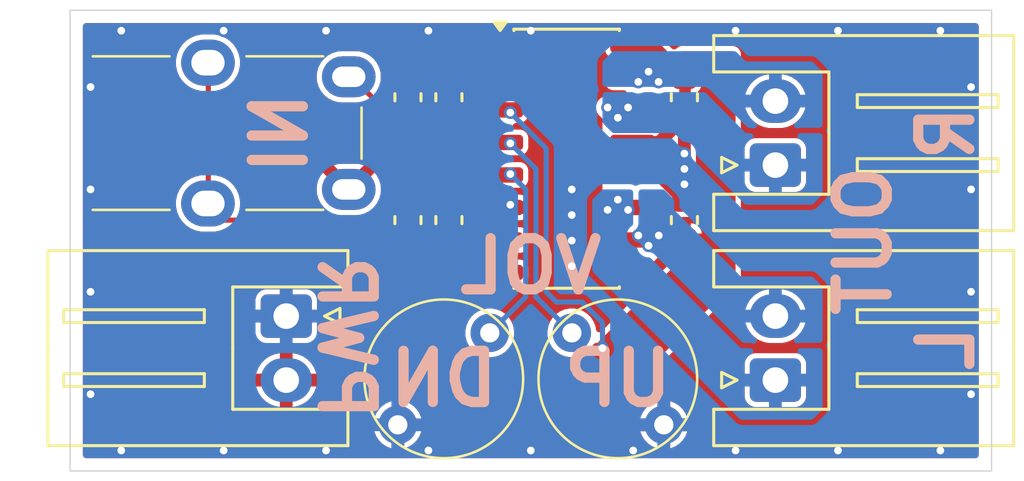
<source format=kicad_pcb>
(kicad_pcb (version 20241229) (generator "pcbnew") (generator_version "9.0")
  (layers (0 "F.Cu" signal) (2 "B.Cu" signal) (13 "F.Paste" user) (15 "B.Paste" user) (5 "F.SilkS" user "F.Silkscreen") (7 "B.SilkS" user "B.Silkscreen") (1 "F.Mask" user) (3 "B.Mask" user) (25 "Edge.Cuts" user))
  (net 0 "")
  (net 1 "INR")
  (net 2 "Net-(U1-RINP)")
  (net 3 "GND")
  (net 4 "Net-(U1-RINN)")
  (net 5 "INL")
  (net 6 "Net-(U1-LINP)")
  (net 7 "Net-(U1-LINN)")
  (net 8 "VDD")
  (net 9 "Net-(U1-UP)")
  (net 10 "Net-(U1-DOWN)")
  (net 11 "/ROUTN")
  (net 12 "/ROUTP")
  (net 13 "/LOUTN")
  (net 14 "/LOUTP")
  (net 15 "ING")
  (footprint "Package_SO:SO-16_3.9x9.9mm_P1.27mm" (layer "F.Cu") (at 101.4 96.8)
    (property "Reference" "U1" (hide yes))
    (property "Value" "PAM8408D" (hide yes))
    (fp_line (start -2.06 -5.06) (end 2.06 -5.06) (stroke (width 0.12)) (layer "F.SilkS"))
    (fp_line (start -2.06 -5.005) (end -2.06 -5.06) (stroke (width 0.12)) (layer "F.SilkS"))
    (fp_line (start -2.06 5.06) (end -2.06 5.005) (stroke (width 0.12)) (layer "F.SilkS"))
    (fp_line (start 2.06 -5.06) (end 2.06 -5.005) (stroke (width 0.12)) (layer "F.SilkS"))
    (fp_line (start 2.06 5.005) (end 2.06 5.06) (stroke (width 0.12)) (layer "F.SilkS"))
    (fp_line (start 2.06 5.06) (end -2.06 5.06) (stroke (width 0.12)) (layer "F.SilkS"))
    (fp_poly (pts (xy -2.6 -5.01) (xy -2.84 -5.34) (xy -2.36 -5.34)) (stroke (width 0.12)) (fill yes) (layer "F.SilkS"))
    (pad "1" smd roundrect (at -2.575 -4.445) (size 1.75 0.6) (layers "F.Cu" "F.Mask" "F.Paste") (net 2 "Net-(U1-RINP)"))
    (pad "2" smd roundrect (at -2.575 -3.175) (size 1.75 0.6) (layers "F.Cu" "F.Mask" "F.Paste") (net 4 "Net-(U1-RINN)"))
    (pad "3" smd roundrect (at -2.575 -1.905) (size 1.75 0.6) (layers "F.Cu" "F.Mask" "F.Paste") (net 8 "VDD"))
    (pad "4" smd roundrect (at -2.575 -0.635) (size 1.75 0.6) (layers "F.Cu" "F.Mask" "F.Paste") (net 9 "Net-(U1-UP)"))
    (pad "5" smd roundrect (at -2.575 0.635) (size 1.75 0.6) (layers "F.Cu" "F.Mask" "F.Paste") (net 10 "Net-(U1-DOWN)"))
    (pad "6" smd roundrect (at -2.575 1.905) (size 1.75 0.6) (layers "F.Cu" "F.Mask" "F.Paste") (net 3 "GND"))
    (pad "7" smd roundrect (at -2.575 3.175) (size 1.75 0.6) (layers "F.Cu" "F.Mask" "F.Paste") (net 7 "Net-(U1-LINN)"))
    (pad "8" smd roundrect (at -2.575 4.445) (size 1.75 0.6) (layers "F.Cu" "F.Mask" "F.Paste") (net 6 "Net-(U1-LINP)"))
    (pad "9" smd roundrect (at 2.575 4.445) (size 1.75 0.6) (layers "F.Cu" "F.Mask" "F.Paste") (net 8 "VDD"))
    (pad "10" smd roundrect (at 2.575 3.175) (size 1.75 0.6) (layers "F.Cu" "F.Mask" "F.Paste") (net 14 "/LOUTP"))
    (pad "11" smd roundrect (at 2.575 1.905) (size 1.75 0.6) (layers "F.Cu" "F.Mask" "F.Paste") (net 13 "/LOUTN"))
    (pad "12" smd roundrect (at 2.575 0.635) (size 1.75 0.6) (layers "F.Cu" "F.Mask" "F.Paste") (net 3 "GND"))
    (pad "13" smd roundrect (at 2.575 -0.635) (size 1.75 0.6) (layers "F.Cu" "F.Mask" "F.Paste") (net 3 "GND"))
    (pad "14" smd roundrect (at 2.575 -1.905) (size 1.75 0.6) (layers "F.Cu" "F.Mask" "F.Paste") (net 11 "/ROUTN"))
    (pad "15" smd roundrect (at 2.575 -3.175) (size 1.75 0.6) (layers "F.Cu" "F.Mask" "F.Paste") (net 12 "/ROUTP"))
    (pad "16" smd roundrect (at 2.575 -4.445) (size 1.75 0.6) (layers "F.Cu" "F.Mask" "F.Paste") (net 8 "VDD"))
  )
  (footprint "Capacitor_SMD:C_0603_1608Metric" (layer "F.Cu") (at 96.8 94.4 90)
    (property "Reference" "C2" (hide yes))
    (property "Value" "0u1" (hide yes))
    (fp_line (start -0.14058 -0.51) (end 0.14058 -0.51) (stroke (width 0.12)) (layer "F.SilkS"))
    (fp_line (start -0.14058 0.51) (end 0.14058 0.51) (stroke (width 0.12)) (layer "F.SilkS"))
    (pad "1" smd roundrect (at -0.775 0 90) (size 0.9 0.95) (layers "F.Cu" "F.Mask" "F.Paste") (net 15 "ING"))
    (pad "2" smd roundrect (at 0.775 0 90) (size 0.9 0.95) (layers "F.Cu" "F.Mask" "F.Paste") (net 4 "Net-(U1-RINN)"))
  )
  (footprint "Connector_JST:JST_XH_S2B-XH-A_1x02_P2.50mm_Horizontal" (layer "F.Cu") (at 109.555 105.45 90)
    (property "Reference" "J2" (hide yes))
    (property "Value" "LOUT" (hide yes))
    (fp_line (start 5.06 -2.41) (end 3.64 -2.41) (stroke (width 0.12)) (layer "F.SilkS"))
    (fp_line (start 3.64 -2.41) (end 3.64 2.09) (stroke (width 0.12)) (layer "F.SilkS"))
    (fp_line (start -1.14 -2.41) (end -1.14 2.09) (stroke (width 0.12)) (layer "F.SilkS"))
    (fp_line (start -2.56 -2.41) (end -1.14 -2.41) (stroke (width 0.12)) (layer "F.SilkS"))
    (fp_line (start 0.3 -2.1) (end 0 -1.5) (stroke (width 0.12)) (layer "F.SilkS"))
    (fp_line (start -0.3 -2.1) (end 0.3 -2.1) (stroke (width 0.12)) (layer "F.SilkS"))
    (fp_line (start 0 -1.5) (end -0.3 -2.1) (stroke (width 0.12)) (layer "F.SilkS"))
    (fp_line (start 3.64 2.09) (end 1.25 2.09) (stroke (width 0.12)) (layer "F.SilkS"))
    (fp_line (start -1.14 2.09) (end 1.25 2.09) (stroke (width 0.12)) (layer "F.SilkS"))
    (fp_line (start 2.75 3.2) (end 2.25 3.2) (stroke (width 0.12)) (layer "F.SilkS"))
    (fp_line (start 2.25 3.2) (end 2.25 8.7) (stroke (width 0.12)) (layer "F.SilkS"))
    (fp_line (start 0.25 3.2) (end -0.25 3.2) (stroke (width 0.12)) (layer "F.SilkS"))
    (fp_line (start -0.25 3.2) (end -0.25 8.7) (stroke (width 0.12)) (layer "F.SilkS"))
    (fp_line (start 2.75 8.7) (end 2.75 3.2) (stroke (width 0.12)) (layer "F.SilkS"))
    (fp_line (start 2.25 8.7) (end 2.75 8.7) (stroke (width 0.12)) (layer "F.SilkS"))
    (fp_line (start 0.25 8.7) (end 0.25 3.2) (stroke (width 0.12)) (layer "F.SilkS"))
    (fp_line (start -0.25 8.7) (end 0.25 8.7) (stroke (width 0.12)) (layer "F.SilkS"))
    (fp_line (start 5.06 9.31) (end 5.06 -2.41) (stroke (width 0.12)) (layer "F.SilkS"))
    (fp_line (start 1.25 9.31) (end 5.06 9.31) (stroke (width 0.12)) (layer "F.SilkS"))
    (fp_line (start 1.25 9.31) (end -2.56 9.31) (stroke (width 0.12)) (layer "F.SilkS"))
    (fp_line (start -2.56 9.31) (end -2.56 -2.41) (stroke (width 0.12)) (layer "F.SilkS"))
    (pad "1" thru_hole roundrect (at 0 0 90) (size 1.7 2) (drill 1) (layers "*.Cu" "*.Mask") (roundrect_rratio 0.147059) (net 13 "/LOUTN"))
    (pad "2" thru_hole oval (at 2.5 0 90) (size 1.7 2) (drill 1) (layers "*.Cu" "*.Mask") (net 14 "/LOUTP"))
  )
  (footprint "Library:MJ-8435" (layer "F.Cu") (at 81.8875 95.8 90)
    (property "Reference" "J3" (hide yes))
    (property "Value" "AudioJack3" (hide yes))
    (fp_line (start -3 1) (end -3 4) (stroke (width 0.1)) (layer "F.SilkS"))
    (fp_line (start 3 4) (end 3 1) (stroke (width 0.1)) (layer "F.SilkS"))
    (fp_line (start -3 7) (end -3 10) (stroke (width 0.1)) (layer "F.SilkS"))
    (fp_line (start 3 10) (end 3 7) (stroke (width 0.1)) (layer "F.SilkS"))
    (fp_line (start -1 11.5) (end 1 11.5) (stroke (width 0.1)) (layer "F.SilkS"))
    (pad "R" thru_hole roundrect (at 2.2 11 90) (size 1.6 2.1) (drill oval 0.8 1.3) (layers "*.Cu" "*.Mask") (roundrect_rratio 0.5) (net 1 "INR"))
    (pad "S" thru_hole roundrect (at -2.2 11 90) (size 1.6 2.1) (drill oval 0.8 1.3) (layers "*.Cu" "*.Mask") (roundrect_rratio 0.5) (net 15 "ING"))
    (pad "T" thru_hole roundrect (at -2.75 5.5 90) (size 1.8 2.1) (drill oval 1 1.3) (layers "*.Cu" "*.Mask") (roundrect_rratio 0.5) (net 5 "INL"))
    (pad "T" thru_hole roundrect (at 2.75 5.5 90) (size 1.8 2.1) (drill oval 1 1.3) (layers "*.Cu" "*.Mask") (roundrect_rratio 0.5) (net 5 "INL"))
  )
  (footprint "Capacitor_SMD:C_0603_1608Metric" (layer "F.Cu") (at 96.8 99.2 -90)
    (property "Reference" "C4" (hide yes))
    (property "Value" "0u1" (hide yes))
    (fp_line (start -0.14058 0.51) (end 0.14058 0.51) (stroke (width 0.12)) (layer "F.SilkS"))
    (fp_line (start -0.14058 -0.51) (end 0.14058 -0.51) (stroke (width 0.12)) (layer "F.SilkS"))
    (pad "1" smd roundrect (at -0.775 0 270) (size 0.9 0.95) (layers "F.Cu" "F.Mask" "F.Paste") (net 15 "ING"))
    (pad "2" smd roundrect (at 0.775 0 270) (size 0.9 0.95) (layers "F.Cu" "F.Mask" "F.Paste") (net 7 "Net-(U1-LINN)"))
  )
  (footprint "Capacitor_SMD:C_0603_1608Metric" (layer "F.Cu") (at 95.2 99.2 -90)
    (property "Reference" "C3" (hide yes))
    (property "Value" "0u1" (hide yes))
    (fp_line (start -0.14058 0.51) (end 0.14058 0.51) (stroke (width 0.12)) (layer "F.SilkS"))
    (fp_line (start -0.14058 -0.51) (end 0.14058 -0.51) (stroke (width 0.12)) (layer "F.SilkS"))
    (pad "1" smd roundrect (at -0.775 0 270) (size 0.9 0.95) (layers "F.Cu" "F.Mask" "F.Paste") (net 5 "INL"))
    (pad "2" smd roundrect (at 0.775 0 270) (size 0.9 0.95) (layers "F.Cu" "F.Mask" "F.Paste") (net 6 "Net-(U1-LINP)"))
  )
  (footprint "Library:alps-skrg" (layer "F.Cu") (at 103.4 105.4 135)
    (property "Reference" "SW1" (hide yes))
    (property "Value" "VOL_UP" (hide yes))
    (fp_circle (center 0 0) (end 3.1 0) (stroke (width 0.1)) (fill no) (layer "F.SilkS"))
    (pad "1" thru_hole circle (at -2.54 0 135) (size 1.5 1.5) (drill 0.75) (layers "*.Cu" "*.Mask") (net 3 "GND"))
    (pad "2" thru_hole circle (at 2.54 0 135) (size 1.5 1.5) (drill 0.75) (layers "*.Cu" "*.Mask") (net 9 "Net-(U1-UP)"))
  )
  (footprint "Capacitor_SMD:C_0603_1608Metric" (layer "F.Cu") (at 95.2 94.4 90)
    (property "Reference" "C1" (hide yes))
    (property "Value" "0u1" (hide yes))
    (fp_line (start -0.14058 -0.51) (end 0.14058 -0.51) (stroke (width 0.12)) (layer "F.SilkS"))
    (fp_line (start -0.14058 0.51) (end 0.14058 0.51) (stroke (width 0.12)) (layer "F.SilkS"))
    (pad "1" smd roundrect (at -0.775 0 90) (size 0.9 0.95) (layers "F.Cu" "F.Mask" "F.Paste") (net 1 "INR"))
    (pad "2" smd roundrect (at 0.775 0 90) (size 0.9 0.95) (layers "F.Cu" "F.Mask" "F.Paste") (net 2 "Net-(U1-RINP)"))
  )
  (footprint "Connector_JST:JST_XH_S2B-XH-A_1x02_P2.50mm_Horizontal" (layer "F.Cu") (at 90.445 102.95 -90)
    (property "Reference" "J4" (hide yes))
    (property "Value" "PWR" (hide yes))
    (fp_line (start -2.56 9.31) (end -2.56 -2.41) (stroke (width 0.12)) (layer "F.SilkS"))
    (fp_line (start 1.25 9.31) (end -2.56 9.31) (stroke (width 0.12)) (layer "F.SilkS"))
    (fp_line (start 1.25 9.31) (end 5.06 9.31) (stroke (width 0.12)) (layer "F.SilkS"))
    (fp_line (start 5.06 9.31) (end 5.06 -2.41) (stroke (width 0.12)) (layer "F.SilkS"))
    (fp_line (start -0.25 8.7) (end 0.25 8.7) (stroke (width 0.12)) (layer "F.SilkS"))
    (fp_line (start 0.25 8.7) (end 0.25 3.2) (stroke (width 0.12)) (layer "F.SilkS"))
    (fp_line (start 2.25 8.7) (end 2.75 8.7) (stroke (width 0.12)) (layer "F.SilkS"))
    (fp_line (start 2.75 8.7) (end 2.75 3.2) (stroke (width 0.12)) (layer "F.SilkS"))
    (fp_line (start -0.25 3.2) (end -0.25 8.7) (stroke (width 0.12)) (layer "F.SilkS"))
    (fp_line (start 0.25 3.2) (end -0.25 3.2) (stroke (width 0.12)) (layer "F.SilkS"))
    (fp_line (start 2.25 3.2) (end 2.25 8.7) (stroke (width 0.12)) (layer "F.SilkS"))
    (fp_line (start 2.75 3.2) (end 2.25 3.2) (stroke (width 0.12)) (layer "F.SilkS"))
    (fp_line (start -1.14 2.09) (end 1.25 2.09) (stroke (width 0.12)) (layer "F.SilkS"))
    (fp_line (start 3.64 2.09) (end 1.25 2.09) (stroke (width 0.12)) (layer "F.SilkS"))
    (fp_line (start 0 -1.5) (end -0.3 -2.1) (stroke (width 0.12)) (layer "F.SilkS"))
    (fp_line (start -0.3 -2.1) (end 0.3 -2.1) (stroke (width 0.12)) (layer "F.SilkS"))
    (fp_line (start 0.3 -2.1) (end 0 -1.5) (stroke (width 0.12)) (layer "F.SilkS"))
    (fp_line (start -2.56 -2.41) (end -1.14 -2.41) (stroke (width 0.12)) (layer "F.SilkS"))
    (fp_line (start -1.14 -2.41) (end -1.14 2.09) (stroke (width 0.12)) (layer "F.SilkS"))
    (fp_line (start 3.64 -2.41) (end 3.64 2.09) (stroke (width 0.12)) (layer "F.SilkS"))
    (fp_line (start 5.06 -2.41) (end 3.64 -2.41) (stroke (width 0.12)) (layer "F.SilkS"))
    (pad "1" thru_hole roundrect (at 0 0 270) (size 1.7 2) (drill 1) (layers "*.Cu" "*.Mask") (roundrect_rratio 0.147059) (net 3 "GND"))
    (pad "2" thru_hole oval (at 2.5 0 270) (size 1.7 2) (drill 1) (layers "*.Cu" "*.Mask") (net 8 "VDD"))
  )
  (footprint "Capacitor_SMD:C_0603_1608Metric" (layer "F.Cu") (at 106 94.4 90)
    (property "Reference" "C5" (hide yes))
    (property "Value" "1u" (hide yes))
    (fp_line (start -0.14058 -0.51) (end 0.14058 -0.51) (stroke (width 0.12)) (layer "F.SilkS"))
    (fp_line (start -0.14058 0.51) (end 0.14058 0.51) (stroke (width 0.12)) (layer "F.SilkS"))
    (pad "1" smd roundrect (at -0.775 0 90) (size 0.9 0.95) (layers "F.Cu" "F.Mask" "F.Paste") (net 3 "GND"))
    (pad "2" smd roundrect (at 0.775 0 90) (size 0.9 0.95) (layers "F.Cu" "F.Mask" "F.Paste") (net 8 "VDD"))
  )
  (footprint "Capacitor_SMD:C_0603_1608Metric" (layer "F.Cu") (at 106 99.2 -90)
    (property "Reference" "C6" (hide yes))
    (property "Value" "1u" (hide yes))
    (fp_line (start -0.14058 0.51) (end 0.14058 0.51) (stroke (width 0.12)) (layer "F.SilkS"))
    (fp_line (start -0.14058 -0.51) (end 0.14058 -0.51) (stroke (width 0.12)) (layer "F.SilkS"))
    (pad "1" smd roundrect (at -0.775 0 270) (size 0.9 0.95) (layers "F.Cu" "F.Mask" "F.Paste") (net 3 "GND"))
    (pad "2" smd roundrect (at 0.775 0 270) (size 0.9 0.95) (layers "F.Cu" "F.Mask" "F.Paste") (net 8 "VDD"))
  )
  (footprint "Connector_JST:JST_XH_S2B-XH-A_1x02_P2.50mm_Horizontal" (layer "F.Cu") (at 109.555 97.05 90)
    (property "Reference" "J1" (hide yes))
    (property "Value" "ROUT" (hide yes))
    (fp_line (start 5.06 -2.41) (end 3.64 -2.41) (stroke (width 0.12)) (layer "F.SilkS"))
    (fp_line (start 3.64 -2.41) (end 3.64 2.09) (stroke (width 0.12)) (layer "F.SilkS"))
    (fp_line (start -1.14 -2.41) (end -1.14 2.09) (stroke (width 0.12)) (layer "F.SilkS"))
    (fp_line (start -2.56 -2.41) (end -1.14 -2.41) (stroke (width 0.12)) (layer "F.SilkS"))
    (fp_line (start 0.3 -2.1) (end 0 -1.5) (stroke (width 0.12)) (layer "F.SilkS"))
    (fp_line (start -0.3 -2.1) (end 0.3 -2.1) (stroke (width 0.12)) (layer "F.SilkS"))
    (fp_line (start 0 -1.5) (end -0.3 -2.1) (stroke (width 0.12)) (layer "F.SilkS"))
    (fp_line (start 3.64 2.09) (end 1.25 2.09) (stroke (width 0.12)) (layer "F.SilkS"))
    (fp_line (start -1.14 2.09) (end 1.25 2.09) (stroke (width 0.12)) (layer "F.SilkS"))
    (fp_line (start 2.75 3.2) (end 2.25 3.2) (stroke (width 0.12)) (layer "F.SilkS"))
    (fp_line (start 2.25 3.2) (end 2.25 8.7) (stroke (width 0.12)) (layer "F.SilkS"))
    (fp_line (start 0.25 3.2) (end -0.25 3.2) (stroke (width 0.12)) (layer "F.SilkS"))
    (fp_line (start -0.25 3.2) (end -0.25 8.7) (stroke (width 0.12)) (layer "F.SilkS"))
    (fp_line (start 2.75 8.7) (end 2.75 3.2) (stroke (width 0.12)) (layer "F.SilkS"))
    (fp_line (start 2.25 8.7) (end 2.75 8.7) (stroke (width 0.12)) (layer "F.SilkS"))
    (fp_line (start 0.25 8.7) (end 0.25 3.2) (stroke (width 0.12)) (layer "F.SilkS"))
    (fp_line (start -0.25 8.7) (end 0.25 8.7) (stroke (width 0.12)) (layer "F.SilkS"))
    (fp_line (start 5.06 9.31) (end 5.06 -2.41) (stroke (width 0.12)) (layer "F.SilkS"))
    (fp_line (start 1.25 9.31) (end 5.06 9.31) (stroke (width 0.12)) (layer "F.SilkS"))
    (fp_line (start 1.25 9.31) (end -2.56 9.31) (stroke (width 0.12)) (layer "F.SilkS"))
    (fp_line (start -2.56 9.31) (end -2.56 -2.41) (stroke (width 0.12)) (layer "F.SilkS"))
    (pad "1" thru_hole roundrect (at 0 0 90) (size 1.7 2) (drill 1) (layers "*.Cu" "*.Mask") (roundrect_rratio 0.147059) (net 11 "/ROUTN"))
    (pad "2" thru_hole oval (at 2.5 0 90) (size 1.7 2) (drill 1) (layers "*.Cu" "*.Mask") (net 12 "/ROUTP"))
  )
  (footprint "Library:alps-skrg" (layer "F.Cu") (at 96.6 105.4 45)
    (property "Reference" "SW2" (hide yes))
    (property "Value" "VOL_DOWN" (hide yes))
    (fp_circle (center 0 0) (end 3.1 0) (stroke (width 0.1)) (fill no) (layer "F.SilkS"))
    (pad "1" thru_hole circle (at -2.54 0 45) (size 1.5 1.5) (drill 0.75) (layers "*.Cu" "*.Mask") (net 3 "GND"))
    (pad "2" thru_hole circle (at 2.54 0 45) (size 1.5 1.5) (drill 0.75) (layers "*.Cu" "*.Mask") (net 10 "Net-(U1-DOWN)"))
  )
  (footprint "Library:mcbeeringi_icon_5mm" (layer "B.Cu") (at 90.6 99.8 90)
    (property "Reference" "" (at 0 0 90) (layer "B.SilkS") (effects (font (size 1.27 1.27)) (justify mirror)))
    (property "Value" "mcbeeringi_icon" (hide yes))
  )
  (footprint "Library:PCB.MCBEERINGI.DEV_small" (layer "B.Cu") (at 86 104.2 90)
    (property "Reference" "" (at 0 0 90) (layer "B.SilkS") (effects (font (size 1.27 1.27)) (justify mirror)))
    (property "Value" "")
  )
  (gr_line (start 82 91) (end 82 109) (stroke (width 0.05)) (layer "Edge.Cuts"))
  (gr_line (start 82 91) (end 118 91) (stroke (width 0.05)) (layer "Edge.Cuts"))
  (gr_line (start 82 109) (end 118 109) (stroke (width 0.05)) (layer "Edge.Cuts"))
  (gr_line (start 118 91) (end 118 109) (stroke (width 0.05)) (layer "Edge.Cuts"))
  (gr_text "UP" (at 103.4 105.4 0) (layer "B.SilkS") (effects (font (size 2 2) (thickness 0.4) (bold yes)) (justify mirror)))
  (gr_text "OUT" (at 113 100 90) (layer "B.SilkS") (effects (font (size 2 2) (thickness 0.4) (bold yes)) (justify mirror)))
  (gr_text "L" (at 117.4 104.2 90) (layer "B.SilkS") (effects (font (size 2 2) (thickness 0.4) (bold yes)) (justify bottom mirror)))
  (gr_text "VOL" (at 100 101 0) (layer "B.SilkS") (effects (font (size 2 2) (thickness 0.4) (bold yes)) (justify mirror)))
  (gr_text "IN" (at 90 95.8 270) (layer "B.SilkS") (effects (font (size 2 2) (thickness 0.4) (bold yes)) (justify mirror)))
  (gr_text "R" (at 117.4 95.8 90) (layer "B.SilkS") (effects (font (size 2 2) (thickness 0.4) (bold yes)) (justify bottom mirror)))
  (gr_text "PWR" (at 91.6 103.8 270) (layer "B.SilkS") (effects (font (size 2 2) (thickness 0.4) (bold yes)) (justify bottom mirror)))
  (gr_text "DN" (at 96.6 105.4 0) (layer "B.SilkS") (effects (font (size 2 2) (thickness 0.4) (bold yes)) (justify mirror)))
  (segment (start 93 93.6) (end 92.8875 93.6) (width 0.2) (layer "F.Cu") (net 1))
  (segment (start 95.025 95) (end 94.4 95) (width 0.2) (layer "F.Cu") (net 1))
  (segment (start 95.2 95.175) (end 95.025 95) (width 0.2) (layer "F.Cu") (net 1))
  (segment (start 94.4 95) (end 93 93.6) (width 0.2) (layer "F.Cu") (net 1))
  (segment (start 96.47 92.355) (end 98.825 92.355) (width 0.2) (layer "F.Cu") (net 2))
  (segment (start 95.2 93.625) (end 96.47 92.355) (width 0.2) (layer "F.Cu") (net 2))
  (segment (start 103.975 96.165) (end 105.01 96.165) (width 0.5) (layer "F.Cu") (net 3))
  (segment (start 106 98.425) (end 106 96.6) (width 0.5) (layer "F.Cu") (net 3))
  (segment (start 105.01 96.165) (end 106 95.175) (width 0.5) (layer "F.Cu") (net 3))
  (segment (start 106 96.6) (end 106 95.175) (width 0.5) (layer "F.Cu") (net 3))
  (segment (start 103.975 97.435) (end 105.01 97.435) (width 0.5) (layer "F.Cu") (net 3))
  (segment (start 105.01 97.435) (end 106 98.425) (width 0.5) (layer "F.Cu") (net 3))
  (via (at 84 108.2) (size 0.5) (drill 0.3) (layers "F.Cu" "B.Cu") (net 3))
  (via (at 108 91.8) (size 0.5) (drill 0.3) (layers "F.Cu" "B.Cu") (net 3))
  (via (at 92 108.2) (size 0.5) (drill 0.3) (layers "F.Cu" "B.Cu") (net 3))
  (via (at 116 108.2) (size 0.5) (drill 0.3) (layers "F.Cu" "B.Cu") (net 3))
  (via (at 112 108.2) (size 0.5) (drill 0.3) (layers "F.Cu" "B.Cu") (net 3))
  (via (at 96 108.2) (size 0.5) (drill 0.3) (layers "F.Cu" "B.Cu") (net 3))
  (via (at 117.2 98) (size 0.5) (drill 0.3) (layers "F.Cu" "B.Cu") (net 3))
  (via (at 101.6 99) (size 0.5) (drill 0.3) (layers "F.Cu" "B.Cu") (net 3))
  (via (at 88 108.2) (size 0.5) (drill 0.3) (layers "F.Cu" "B.Cu") (net 3))
  (via (at 96 91.8) (size 0.5) (drill 0.3) (layers "F.Cu" "B.Cu") (net 3))
  (via (at 106 96.6) (size 0.5) (drill 0.3) (layers "F.Cu" "B.Cu") (net 3))
  (via (at 101.6 98) (size 0.5) (drill 0.3) (layers "F.Cu" "B.Cu") (net 3))
  (via (at 100 91.8) (size 0.5) (drill 0.3) (layers "F.Cu" "B.Cu") (net 3))
  (via (at 101.6 101) (size 0.5) (drill 0.3) (layers "F.Cu" "B.Cu") (net 3))
  (via (at 99.2 98.6) (size 0.5) (drill 0.3) (layers "F.Cu" "B.Cu") (net 3))
  (via (at 82.8 102) (size 0.5) (drill 0.3) (layers "F.Cu" "B.Cu") (net 3))
  (via (at 84 91.8) (size 0.5) (drill 0.3) (layers "F.Cu" "B.Cu") (net 3))
  (via (at 82.8 98) (size 0.5) (drill 0.3) (layers "F.Cu" "B.Cu") (net 3))
  (via (at 92 91.8) (size 0.5) (drill 0.3) (layers "F.Cu" "B.Cu") (net 3))
  (via (at 112 91.8) (size 0.5) (drill 0.3) (layers "F.Cu" "B.Cu") (net 3))
  (via (at 104 108.2) (size 0.5) (drill 0.3) (layers "F.Cu" "B.Cu") (net 3))
  (via (at 108 108.2) (size 0.5) (drill 0.3) (layers "F.Cu" "B.Cu") (net 3))
  (via (at 117.2 102) (size 0.5) (drill 0.3) (layers "F.Cu" "B.Cu") (net 3))
  (via (at 82.8 94) (size 0.5) (drill 0.3) (layers "F.Cu" "B.Cu") (net 3))
  (via (at 106 97.2) (size 0.5) (drill 0.3) (layers "F.Cu" "B.Cu") (net 3))
  (via (at 88 91.8) (size 0.5) (drill 0.3) (layers "F.Cu" "B.Cu") (net 3))
  (via (at 117.2 94) (size 0.5) (drill 0.3) (layers "F.Cu" "B.Cu") (net 3))
  (via (at 82.8 106) (size 0.5) (drill 0.3) (layers "F.Cu" "B.Cu") (net 3))
  (via (at 100 108.2) (size 0.5) (drill 0.3) (layers "F.Cu" "B.Cu") (net 3))
  (via (at 117.2 106) (size 0.5) (drill 0.3) (layers "F.Cu" "B.Cu") (net 3))
  (via (at 101.6 100) (size 0.5) (drill 0.3) (layers "F.Cu" "B.Cu") (net 3))
  (via (at 116 91.8) (size 0.5) (drill 0.3) (layers "F.Cu" "B.Cu") (net 3))
  (via (at 106 97.8) (size 0.5) (drill 0.3) (layers "F.Cu" "B.Cu") (net 3))
  (segment (start 96.8 93.625) (end 98.825 93.625) (width 0.2) (layer "F.Cu") (net 4))
  (segment (start 94.2 98.6) (end 95.025 98.6) (width 0.2) (layer "F.Cu") (net 5))
  (segment (start 87.3875 98.5875) (end 88 99.2) (width 0.2) (layer "F.Cu") (net 5))
  (segment (start 88 99.2) (end 93.6 99.2) (width 0.2) (layer "F.Cu") (net 5))
  (segment (start 87.3875 98.55) (end 87.3875 98.5875) (width 0.2) (layer "F.Cu") (net 5))
  (segment (start 87.4 93.0625) (end 87.4 98.5375) (width 0.2) (layer "F.Cu") (net 5))
  (segment (start 93.6 99.2) (end 94.2 98.6) (width 0.2) (layer "F.Cu") (net 5))
  (segment (start 87.3875 93.05) (end 87.4 93.0625) (width 0.2) (layer "F.Cu") (net 5))
  (segment (start 87.4 98.5375) (end 87.3875 98.55) (width 0.2) (layer "F.Cu") (net 5))
  (segment (start 95.025 98.6) (end 95.2 98.425) (width 0.2) (layer "F.Cu") (net 5))
  (segment (start 96.47 101.245) (end 98.825 101.245) (width 0.2) (layer "F.Cu") (net 6))
  (segment (start 95.2 99.975) (end 96.47 101.245) (width 0.2) (layer "F.Cu") (net 6))
  (segment (start 96.8 99.975) (end 98.825 99.975) (width 0.2) (layer "F.Cu") (net 7))
  (segment (start 106 93.625) (end 104.73 92.355) (width 0.5) (layer "F.Cu") (net 8))
  (segment (start 104.73 101.245) (end 103.975 101.245) (width 0.5) (layer "F.Cu") (net 8))
  (segment (start 104.73 92.355) (end 103.975 92.355) (width 0.5) (layer "F.Cu") (net 8))
  (segment (start 106 99.975) (end 104.73 101.245) (width 0.5) (layer "F.Cu") (net 8))
  (via (at 102.8 104.2) (size 0.5) (drill 0.3) (layers "F.Cu" "B.Cu") (net 8))
  (via (at 99.2 95) (size 0.5) (drill 0.3) (layers "F.Cu" "B.Cu") (net 8))
  (segment (start 102 102.4) (end 101 102.4) (width 0.2) (layer "B.Cu") (net 8))
  (segment (start 100.6 102) (end 100.6 96.4) (width 0.2) (layer "B.Cu") (net 8))
  (segment (start 101 102.4) (end 100.6 102) (width 0.2) (layer "B.Cu") (net 8))
  (segment (start 102.8 103.2) (end 102 102.4) (width 0.2) (layer "B.Cu") (net 8))
  (segment (start 102.8 104.2) (end 102.8 103.2) (width 0.2) (layer "B.Cu") (net 8))
  (segment (start 100.6 96.4) (end 99.2 95) (width 0.2) (layer "B.Cu") (net 8))
  (via (at 99.2 96.2) (size 0.5) (drill 0.3) (layers "F.Cu" "B.Cu") (net 9))
  (segment (start 100.2 102.2) (end 101.603949 103.603949) (width 0.2) (layer "B.Cu") (net 9))
  (segment (start 100.2 97.2) (end 100.2 102.2) (width 0.2) (layer "B.Cu") (net 9))
  (segment (start 99.2 96.2) (end 100.2 97.2) (width 0.2) (layer "B.Cu") (net 9))
  (via (at 99.2 97.4) (size 0.5) (drill 0.3) (layers "F.Cu" "B.Cu") (net 10))
  (segment (start 99.2 97.4) (end 99.8 98) (width 0.2) (layer "B.Cu") (net 10))
  (segment (start 99.8 98) (end 99.8 102.2) (width 0.2) (layer "B.Cu") (net 10))
  (segment (start 99.8 102.2) (end 98.396051 103.603949) (width 0.2) (layer "B.Cu") (net 10))
  (via (at 103.8 94.8) (size 0.5) (drill 0.3) (layers "F.Cu" "B.Cu") (net 11))
  (via (at 103.4 95.2) (size 0.5) (drill 0.3) (layers "F.Cu" "B.Cu") (net 11))
  (via (at 103 94.8) (size 0.5) (drill 0.3) (layers "F.Cu" "B.Cu") (net 11))
  (via (at 104.992525 93.8) (size 0.5) (drill 0.3) (layers "F.Cu" "B.Cu") (net 12))
  (via (at 104.6 93.4) (size 0.5) (drill 0.3) (layers "F.Cu" "B.Cu") (net 12))
  (via (at 104.2 93.8) (size 0.5) (drill 0.3) (layers "F.Cu" "B.Cu") (net 12))
  (via (at 103.800003 98.8) (size 0.5) (drill 0.3) (layers "F.Cu" "B.Cu") (net 13))
  (via (at 103.4 98.4) (size 0.5) (drill 0.3) (layers "F.Cu" "B.Cu") (net 13))
  (via (at 103 98.8) (size 0.5) (drill 0.3) (layers "F.Cu" "B.Cu") (net 13))
  (via (at 104.199997 99.8) (size 0.5) (drill 0.3) (layers "F.Cu" "B.Cu") (net 14))
  (via (at 104.6 100.2) (size 0.5) (drill 0.3) (layers "F.Cu" "B.Cu") (net 14))
  (via (at 105 99.8) (size 0.5) (drill 0.3) (layers "F.Cu" "B.Cu") (net 14))
  (zone (net 0) (net_name "") (layer "F.Cu") (connect_pads (clearance 0)) (min_thickness 0.25)
    (keepout (tracks allowed) (vias allowed) (pads allowed) (copperpour not_allowed) (footprints allowed))
    (fill (thermal_gap 0.2) (thermal_bridge_width 0.5))
    (polygon (pts (xy 102.8 94.6) (xy 106.4 94.6) (xy 106.4 99) (xy 102.8 99)))
  )
  (zone (net 15) (net_name "ING") (layer "F.Cu") (priority 2) (connect_pads (clearance 0.2)) (min_thickness 0.25) (fill yes (thermal_gap 0.2) (thermal_bridge_width 0.5))
    (polygon (pts (xy 92.6 95.8) (xy 94.8 95.8) (xy 95.6 95) (xy 97.6 95) (xy 97.6 98.6) (xy 95.6 98.6) (xy 94.8 97.8) (xy 91.6 97.8) (xy 91.6 96.8)))
  )
  (zone (net 8) (net_name "VDD") (layer "F.Cu") (priority 1) (connect_pads (clearance 0.2)) (min_thickness 0.25) (fill yes (thermal_gap 0.2) (thermal_bridge_width 0.5))
    (polygon (pts (xy 108 92.6) (xy 105.8 92.6) (xy 105.8 100.8) (xy 102.6 104) (xy 88.2 104) (xy 88.2 107) (xy 102.6 107) (xy 108 101.6)))
  )
  (zone (net 3) (net_name "GND") (layers "F.Cu" "B.Cu") (connect_pads (clearance 0.2)) (min_thickness 0.25) (fill yes (thermal_gap 0.2) (thermal_bridge_width 0.5))
    (polygon (pts (xy 81.6 90.6) (xy 118.4 90.6) (xy 118.4 109.4) (xy 81.6 109.4)))
  )
  (zone (net 14) (net_name "/LOUTP") (layer "B.Cu") (priority 1) (connect_pads (clearance 0.2)) (min_thickness 0.25) (fill yes (thermal_gap 0.2) (thermal_bridge_width 0.5))
    (polygon (pts (xy 104 98) (xy 105.2 98) (xy 105.6 98.4) (xy 105.6 98.8) (xy 108.2 101.4) (xy 111 101.4) (xy 111.4 101.8) (xy 111.4 104.2) (xy 108.2 104.2) (xy 104 100)))
  )
  (zone (net 12) (net_name "/ROUTP") (layer "B.Cu") (priority 1) (connect_pads (clearance 0.2)) (min_thickness 0.25) (fill yes (thermal_gap 0.2) (thermal_bridge_width 0.5))
    (polygon (pts (xy 102.8 93) (xy 103.2 92.6) (xy 108 92.6) (xy 108.4 93) (xy 111 93) (xy 111.4 93.4) (xy 111.4 95.8) (xy 108.4 95.8) (xy 106.8 94.2) (xy 102.8 94.2)))
  )
  (zone (net 13) (net_name "/LOUTN") (layer "B.Cu") (priority 1) (connect_pads (clearance 0.2)) (min_thickness 0.25) (fill yes (thermal_gap 0.2) (thermal_bridge_width 0.5))
    (polygon (pts (xy 104 98) (xy 102.8 98) (xy 102.4 98.4) (xy 102.4 101.2) (xy 108.2 107) (xy 111 107) (xy 111.4 106.6) (xy 111.4 104.2) (xy 108.2 104.2) (xy 104 100)))
  )
  (zone (net 11) (net_name "/ROUTN") (layer "B.Cu") (priority 1) (connect_pads (clearance 0.2)) (min_thickness 0.25) (fill yes (thermal_gap 0.2) (thermal_bridge_width 0.5))
    (polygon (pts (xy 102.8 94.2) (xy 102.8 95.4) (xy 103.2 95.8) (xy 105.599063 95.8) (xy 108.385946 98.6) (xy 111 98.6) (xy 111.4 98.2) (xy 111.4 95.8) (xy 108.4 95.8) (xy 106.8 94.2)))
  )
)
</source>
